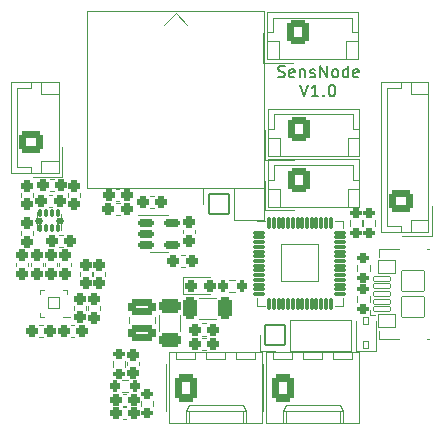
<source format=gto>
G04 #@! TF.GenerationSoftware,KiCad,Pcbnew,(6.0.7)*
G04 #@! TF.CreationDate,2022-10-27T11:54:22+02:00*
G04 #@! TF.ProjectId,sensorNode,73656e73-6f72-44e6-9f64-652e6b696361,rev?*
G04 #@! TF.SameCoordinates,Original*
G04 #@! TF.FileFunction,Legend,Top*
G04 #@! TF.FilePolarity,Positive*
%FSLAX46Y46*%
G04 Gerber Fmt 4.6, Leading zero omitted, Abs format (unit mm)*
G04 Created by KiCad (PCBNEW (6.0.7)) date 2022-10-27 11:54:22*
%MOMM*%
%LPD*%
G01*
G04 APERTURE LIST*
G04 Aperture macros list*
%AMRoundRect*
0 Rectangle with rounded corners*
0 $1 Rounding radius*
0 $2 $3 $4 $5 $6 $7 $8 $9 X,Y pos of 4 corners*
0 Add a 4 corners polygon primitive as box body*
4,1,4,$2,$3,$4,$5,$6,$7,$8,$9,$2,$3,0*
0 Add four circle primitives for the rounded corners*
1,1,$1+$1,$2,$3*
1,1,$1+$1,$4,$5*
1,1,$1+$1,$6,$7*
1,1,$1+$1,$8,$9*
0 Add four rect primitives between the rounded corners*
20,1,$1+$1,$2,$3,$4,$5,0*
20,1,$1+$1,$4,$5,$6,$7,0*
20,1,$1+$1,$6,$7,$8,$9,0*
20,1,$1+$1,$8,$9,$2,$3,0*%
G04 Aperture macros list end*
%ADD10C,0.150000*%
%ADD11C,0.120000*%
%ADD12RoundRect,0.275000X0.225000X0.250000X-0.225000X0.250000X-0.225000X-0.250000X0.225000X-0.250000X0*%
%ADD13RoundRect,0.250000X0.275000X-0.200000X0.275000X0.200000X-0.275000X0.200000X-0.275000X-0.200000X0*%
%ADD14RoundRect,0.100000X-0.387500X-0.050000X0.387500X-0.050000X0.387500X0.050000X-0.387500X0.050000X0*%
%ADD15RoundRect,0.100000X-0.050000X-0.387500X0.050000X-0.387500X0.050000X0.387500X-0.050000X0.387500X0*%
%ADD16RoundRect,0.050000X-1.600000X-1.600000X1.600000X-1.600000X1.600000X1.600000X-1.600000X1.600000X0*%
%ADD17RoundRect,0.268750X0.218750X0.256250X-0.218750X0.256250X-0.218750X-0.256250X0.218750X-0.256250X0*%
%ADD18RoundRect,0.050000X0.850000X-0.850000X0.850000X0.850000X-0.850000X0.850000X-0.850000X-0.850000X0*%
%ADD19O,1.800000X1.800000*%
%ADD20RoundRect,0.268750X0.256250X-0.218750X0.256250X0.218750X-0.256250X0.218750X-0.256250X-0.218750X0*%
%ADD21RoundRect,0.275000X-0.225000X-0.250000X0.225000X-0.250000X0.225000X0.250000X-0.225000X0.250000X0*%
%ADD22RoundRect,0.275000X-0.250000X0.225000X-0.250000X-0.225000X0.250000X-0.225000X0.250000X0.225000X0*%
%ADD23RoundRect,0.275000X0.250000X-0.225000X0.250000X0.225000X-0.250000X0.225000X-0.250000X-0.225000X0*%
%ADD24RoundRect,0.268750X-0.256250X0.218750X-0.256250X-0.218750X0.256250X-0.218750X0.256250X0.218750X0*%
%ADD25RoundRect,0.125000X-0.075000X0.225000X-0.075000X-0.225000X0.075000X-0.225000X0.075000X0.225000X0*%
%ADD26RoundRect,0.112500X-0.062500X0.237500X-0.062500X-0.237500X0.062500X-0.237500X0.062500X0.237500X0*%
%ADD27RoundRect,0.137500X-0.212500X0.087500X-0.212500X-0.087500X0.212500X-0.087500X0.212500X0.087500X0*%
%ADD28RoundRect,0.300000X-0.600000X-0.750000X0.600000X-0.750000X0.600000X0.750000X-0.600000X0.750000X0*%
%ADD29O,1.800000X2.100000*%
%ADD30RoundRect,0.250000X-0.275000X0.200000X-0.275000X-0.200000X0.275000X-0.200000X0.275000X0.200000X0*%
%ADD31RoundRect,0.200000X-0.512500X-0.150000X0.512500X-0.150000X0.512500X0.150000X-0.512500X0.150000X0*%
%ADD32C,3.300000*%
%ADD33RoundRect,0.300000X-0.620000X-0.845000X0.620000X-0.845000X0.620000X0.845000X-0.620000X0.845000X0*%
%ADD34O,1.840000X2.290000*%
%ADD35RoundRect,0.250000X0.200000X0.275000X-0.200000X0.275000X-0.200000X-0.275000X0.200000X-0.275000X0*%
%ADD36RoundRect,0.300000X0.750000X-0.600000X0.750000X0.600000X-0.750000X0.600000X-0.750000X-0.600000X0*%
%ADD37O,2.100000X1.800000*%
%ADD38O,1.700000X2.600000*%
%ADD39O,3.600000X7.100000*%
%ADD40O,0.800000X0.300000*%
%ADD41O,0.300000X0.800000*%
%ADD42RoundRect,0.050000X0.500000X0.500000X-0.500000X0.500000X-0.500000X-0.500000X0.500000X-0.500000X0*%
%ADD43RoundRect,0.300000X0.850000X-0.375000X0.850000X0.375000X-0.850000X0.375000X-0.850000X-0.375000X0*%
%ADD44RoundRect,0.268750X-0.218750X-0.256250X0.218750X-0.256250X0.218750X0.256250X-0.218750X0.256250X0*%
%ADD45RoundRect,0.300000X0.325000X0.650000X-0.325000X0.650000X-0.325000X-0.650000X0.325000X-0.650000X0*%
%ADD46RoundRect,0.050000X0.700000X-0.200000X0.700000X0.200000X-0.700000X0.200000X-0.700000X-0.200000X0*%
%ADD47RoundRect,0.050000X0.725000X-0.575000X0.725000X0.575000X-0.725000X0.575000X-0.725000X-0.575000X0*%
%ADD48RoundRect,0.050000X0.950000X-0.875000X0.950000X0.875000X-0.950000X0.875000X-0.950000X-0.875000X0*%
%ADD49O,2.000000X1.150000*%
%ADD50RoundRect,0.300000X0.650000X-0.325000X0.650000X0.325000X-0.650000X0.325000X-0.650000X-0.325000X0*%
%ADD51RoundRect,0.300000X0.725000X-0.600000X0.725000X0.600000X-0.725000X0.600000X-0.725000X-0.600000X0*%
%ADD52O,2.050000X1.800000*%
%ADD53RoundRect,0.050000X0.225000X-0.300000X0.225000X0.300000X-0.225000X0.300000X-0.225000X-0.300000X0*%
G04 APERTURE END LIST*
D10*
X232571428Y-95599761D02*
X232714285Y-95647380D01*
X232952380Y-95647380D01*
X233047619Y-95599761D01*
X233095238Y-95552142D01*
X233142857Y-95456904D01*
X233142857Y-95361666D01*
X233095238Y-95266428D01*
X233047619Y-95218809D01*
X232952380Y-95171190D01*
X232761904Y-95123571D01*
X232666666Y-95075952D01*
X232619047Y-95028333D01*
X232571428Y-94933095D01*
X232571428Y-94837857D01*
X232619047Y-94742619D01*
X232666666Y-94695000D01*
X232761904Y-94647380D01*
X233000000Y-94647380D01*
X233142857Y-94695000D01*
X233952380Y-95599761D02*
X233857142Y-95647380D01*
X233666666Y-95647380D01*
X233571428Y-95599761D01*
X233523809Y-95504523D01*
X233523809Y-95123571D01*
X233571428Y-95028333D01*
X233666666Y-94980714D01*
X233857142Y-94980714D01*
X233952380Y-95028333D01*
X234000000Y-95123571D01*
X234000000Y-95218809D01*
X233523809Y-95314047D01*
X234428571Y-94980714D02*
X234428571Y-95647380D01*
X234428571Y-95075952D02*
X234476190Y-95028333D01*
X234571428Y-94980714D01*
X234714285Y-94980714D01*
X234809523Y-95028333D01*
X234857142Y-95123571D01*
X234857142Y-95647380D01*
X235285714Y-95599761D02*
X235380952Y-95647380D01*
X235571428Y-95647380D01*
X235666666Y-95599761D01*
X235714285Y-95504523D01*
X235714285Y-95456904D01*
X235666666Y-95361666D01*
X235571428Y-95314047D01*
X235428571Y-95314047D01*
X235333333Y-95266428D01*
X235285714Y-95171190D01*
X235285714Y-95123571D01*
X235333333Y-95028333D01*
X235428571Y-94980714D01*
X235571428Y-94980714D01*
X235666666Y-95028333D01*
X236142857Y-95647380D02*
X236142857Y-94647380D01*
X236714285Y-95647380D01*
X236714285Y-94647380D01*
X237333333Y-95647380D02*
X237238095Y-95599761D01*
X237190476Y-95552142D01*
X237142857Y-95456904D01*
X237142857Y-95171190D01*
X237190476Y-95075952D01*
X237238095Y-95028333D01*
X237333333Y-94980714D01*
X237476190Y-94980714D01*
X237571428Y-95028333D01*
X237619047Y-95075952D01*
X237666666Y-95171190D01*
X237666666Y-95456904D01*
X237619047Y-95552142D01*
X237571428Y-95599761D01*
X237476190Y-95647380D01*
X237333333Y-95647380D01*
X238523809Y-95647380D02*
X238523809Y-94647380D01*
X238523809Y-95599761D02*
X238428571Y-95647380D01*
X238238095Y-95647380D01*
X238142857Y-95599761D01*
X238095238Y-95552142D01*
X238047619Y-95456904D01*
X238047619Y-95171190D01*
X238095238Y-95075952D01*
X238142857Y-95028333D01*
X238238095Y-94980714D01*
X238428571Y-94980714D01*
X238523809Y-95028333D01*
X239380952Y-95599761D02*
X239285714Y-95647380D01*
X239095238Y-95647380D01*
X239000000Y-95599761D01*
X238952380Y-95504523D01*
X238952380Y-95123571D01*
X239000000Y-95028333D01*
X239095238Y-94980714D01*
X239285714Y-94980714D01*
X239380952Y-95028333D01*
X239428571Y-95123571D01*
X239428571Y-95218809D01*
X238952380Y-95314047D01*
X234476190Y-96257380D02*
X234809523Y-97257380D01*
X235142857Y-96257380D01*
X236000000Y-97257380D02*
X235428571Y-97257380D01*
X235714285Y-97257380D02*
X235714285Y-96257380D01*
X235619047Y-96400238D01*
X235523809Y-96495476D01*
X235428571Y-96543095D01*
X236428571Y-97162142D02*
X236476190Y-97209761D01*
X236428571Y-97257380D01*
X236380952Y-97209761D01*
X236428571Y-97162142D01*
X236428571Y-97257380D01*
X237095238Y-96257380D02*
X237190476Y-96257380D01*
X237285714Y-96305000D01*
X237333333Y-96352619D01*
X237380952Y-96447857D01*
X237428571Y-96638333D01*
X237428571Y-96876428D01*
X237380952Y-97066904D01*
X237333333Y-97162142D01*
X237285714Y-97209761D01*
X237190476Y-97257380D01*
X237095238Y-97257380D01*
X237000000Y-97209761D01*
X236952380Y-97162142D01*
X236904761Y-97066904D01*
X236857142Y-96876428D01*
X236857142Y-96638333D01*
X236904761Y-96447857D01*
X236952380Y-96352619D01*
X237000000Y-96305000D01*
X237095238Y-96257380D01*
D11*
X212640580Y-116577500D02*
X212359420Y-116577500D01*
X212640580Y-117597500D02*
X212359420Y-117597500D01*
X239277500Y-114637258D02*
X239277500Y-114162742D01*
X240322500Y-114637258D02*
X240322500Y-114162742D01*
X230815000Y-115010000D02*
X230815000Y-114360000D01*
X237385000Y-115010000D02*
X238035000Y-115010000D01*
X238035000Y-107790000D02*
X238035000Y-108440000D01*
X237385000Y-107790000D02*
X238035000Y-107790000D01*
X231465000Y-115010000D02*
X230815000Y-115010000D01*
X231465000Y-107790000D02*
X230815000Y-107790000D01*
X238035000Y-115010000D02*
X238035000Y-114360000D01*
X213587779Y-104290000D02*
X213262221Y-104290000D01*
X213587779Y-105310000D02*
X213262221Y-105310000D01*
X226462779Y-117510000D02*
X226137221Y-117510000D01*
X226462779Y-116490000D02*
X226137221Y-116490000D01*
X233630000Y-118830000D02*
X238770000Y-118830000D01*
X233630000Y-116170000D02*
X238770000Y-116170000D01*
X238770000Y-118830000D02*
X238770000Y-116170000D01*
X232360000Y-118830000D02*
X231030000Y-118830000D01*
X233630000Y-118830000D02*
X233630000Y-116170000D01*
X231030000Y-118830000D02*
X231030000Y-117500000D01*
X214362779Y-108990000D02*
X214037221Y-108990000D01*
X214362779Y-110010000D02*
X214037221Y-110010000D01*
X217510000Y-115362779D02*
X217510000Y-115037221D01*
X216490000Y-115362779D02*
X216490000Y-115037221D01*
X224662779Y-111710000D02*
X224337221Y-111710000D01*
X224662779Y-110690000D02*
X224337221Y-110690000D01*
X219459420Y-122440000D02*
X219740580Y-122440000D01*
X219459420Y-123460000D02*
X219740580Y-123460000D01*
X215290000Y-115046920D02*
X215290000Y-115328080D01*
X216310000Y-115046920D02*
X216310000Y-115328080D01*
X210840000Y-105740580D02*
X210840000Y-105459420D01*
X211860000Y-105740580D02*
X211860000Y-105459420D01*
X211665000Y-111337221D02*
X211665000Y-111662779D01*
X212685000Y-111337221D02*
X212685000Y-111662779D01*
X212200000Y-107050000D02*
X212200000Y-107500000D01*
X214200000Y-108550000D02*
X214200000Y-108100000D01*
X214200000Y-107200000D02*
X214200000Y-107500000D01*
X212200000Y-108100000D02*
X212200000Y-108550000D01*
X231640000Y-92610000D02*
X232640000Y-92610000D01*
X231340000Y-91910000D02*
X231340000Y-94410000D01*
X239360000Y-92610000D02*
X238360000Y-92610000D01*
X231640000Y-91800000D02*
X232140000Y-91800000D01*
X238360000Y-92610000D02*
X238360000Y-94110000D01*
X231340000Y-94410000D02*
X233840000Y-94410000D01*
X232140000Y-91800000D02*
X232140000Y-90590000D01*
X231640000Y-90090000D02*
X231640000Y-94110000D01*
X232140000Y-90590000D02*
X238860000Y-90590000D01*
X232640000Y-92610000D02*
X232640000Y-94110000D01*
X231640000Y-94110000D02*
X239360000Y-94110000D01*
X238860000Y-90590000D02*
X238860000Y-91800000D01*
X239360000Y-90090000D02*
X231640000Y-90090000D01*
X239360000Y-94110000D02*
X239360000Y-90090000D01*
X238860000Y-91800000D02*
X239360000Y-91800000D01*
X219622500Y-119662742D02*
X219622500Y-120137258D01*
X218577500Y-119662742D02*
X218577500Y-120137258D01*
X222500000Y-110460000D02*
X221700000Y-110460000D01*
X222500000Y-107340000D02*
X220700000Y-107340000D01*
X222500000Y-110460000D02*
X223300000Y-110460000D01*
X222500000Y-107340000D02*
X223300000Y-107340000D01*
X239460000Y-98290000D02*
X231740000Y-98290000D01*
X239460000Y-100810000D02*
X238460000Y-100810000D01*
X231440000Y-102610000D02*
X233940000Y-102610000D01*
X239460000Y-102310000D02*
X239460000Y-98290000D01*
X238960000Y-98790000D02*
X238960000Y-100000000D01*
X231740000Y-102310000D02*
X239460000Y-102310000D01*
X231740000Y-98290000D02*
X231740000Y-102310000D01*
X231740000Y-100000000D02*
X232240000Y-100000000D01*
X231440000Y-100110000D02*
X231440000Y-102610000D01*
X232240000Y-100000000D02*
X232240000Y-98790000D01*
X232740000Y-100810000D02*
X232740000Y-102310000D01*
X238460000Y-100810000D02*
X238460000Y-102310000D01*
X231740000Y-100810000D02*
X232740000Y-100810000D01*
X232240000Y-98790000D02*
X238960000Y-98790000D01*
X238960000Y-100000000D02*
X239460000Y-100000000D01*
X219140580Y-106110000D02*
X218859420Y-106110000D01*
X219140580Y-105090000D02*
X218859420Y-105090000D01*
X226462779Y-118710000D02*
X226137221Y-118710000D01*
X226462779Y-117690000D02*
X226137221Y-117690000D01*
X228820000Y-105045000D02*
X231420000Y-105045000D01*
X228820000Y-107705000D02*
X228820000Y-105045000D01*
X231420000Y-107705000D02*
X231420000Y-105045000D01*
X226220000Y-105045000D02*
X227550000Y-105045000D01*
X226220000Y-106375000D02*
X226220000Y-105045000D01*
X228820000Y-107705000D02*
X231420000Y-107705000D01*
X239420000Y-124910000D02*
X239420000Y-118890000D01*
X232960000Y-123910000D02*
X238040000Y-123910000D01*
X237240000Y-119490000D02*
X238840000Y-119490000D01*
X238840000Y-119490000D02*
X238840000Y-118890000D01*
X232160000Y-118890000D02*
X232160000Y-119490000D01*
X231580000Y-124910000D02*
X239420000Y-124910000D01*
X237790000Y-123380000D02*
X238040000Y-123910000D01*
X237790000Y-124910000D02*
X237790000Y-123910000D01*
X231290000Y-119920000D02*
X231290000Y-123920000D01*
X237240000Y-118890000D02*
X237240000Y-119490000D01*
X234700000Y-119490000D02*
X236300000Y-119490000D01*
X234700000Y-118890000D02*
X234700000Y-119490000D01*
X232960000Y-124910000D02*
X232960000Y-123910000D01*
X233210000Y-124910000D02*
X233210000Y-123910000D01*
X231580000Y-118890000D02*
X231580000Y-124910000D01*
X239420000Y-118890000D02*
X231580000Y-118890000D01*
X233210000Y-123380000D02*
X237790000Y-123380000D01*
X238040000Y-123910000D02*
X238040000Y-124910000D01*
X236300000Y-119490000D02*
X236300000Y-118890000D01*
X232960000Y-123910000D02*
X233210000Y-123380000D01*
X232160000Y-119490000D02*
X233760000Y-119490000D01*
X233760000Y-119490000D02*
X233760000Y-118890000D01*
X219837258Y-121277500D02*
X219362742Y-121277500D01*
X219837258Y-122322500D02*
X219362742Y-122322500D01*
X210390000Y-111337221D02*
X210390000Y-111662779D01*
X211410000Y-111337221D02*
X211410000Y-111662779D01*
X212510000Y-103760000D02*
X212510000Y-102760000D01*
X209990000Y-103760000D02*
X214010000Y-103760000D01*
X210490000Y-96540000D02*
X211700000Y-96540000D01*
X211810000Y-104060000D02*
X214310000Y-104060000D01*
X212510000Y-102760000D02*
X214010000Y-102760000D01*
X211700000Y-96540000D02*
X211700000Y-96040000D01*
X212510000Y-97040000D02*
X214010000Y-97040000D01*
X214010000Y-103760000D02*
X214010000Y-96040000D01*
X210490000Y-103260000D02*
X210490000Y-96540000D01*
X212510000Y-96040000D02*
X212510000Y-97040000D01*
X209990000Y-96040000D02*
X209990000Y-103760000D01*
X211700000Y-103260000D02*
X210490000Y-103260000D01*
X214010000Y-96040000D02*
X209990000Y-96040000D01*
X211700000Y-103760000D02*
X211700000Y-103260000D01*
X214310000Y-104060000D02*
X214310000Y-101560000D01*
X223900000Y-90200000D02*
X222900000Y-91200000D01*
X231400000Y-105000000D02*
X216400000Y-105000000D01*
X223900000Y-90200000D02*
X224900000Y-91200000D01*
X216400000Y-90000000D02*
X231400000Y-90000000D01*
X216400000Y-105000000D02*
X216400000Y-90000000D01*
X231400000Y-90000000D02*
X231400000Y-105000000D01*
X211810000Y-108637221D02*
X211810000Y-108962779D01*
X210790000Y-108637221D02*
X210790000Y-108962779D01*
X220977500Y-123012742D02*
X220977500Y-123487258D01*
X222022500Y-123012742D02*
X222022500Y-123487258D01*
X212450000Y-115937500D02*
X212450000Y-115587500D01*
X214750000Y-113637500D02*
X214750000Y-113987500D01*
X214400000Y-115937500D02*
X214950000Y-115937500D01*
X214400000Y-113637500D02*
X214750000Y-113637500D01*
X212800000Y-115937500D02*
X212450000Y-115937500D01*
X212450000Y-113637500D02*
X212450000Y-113987500D01*
X212800000Y-113637500D02*
X212450000Y-113637500D01*
X222167500Y-116461252D02*
X222167500Y-115938748D01*
X219947500Y-116461252D02*
X219947500Y-115938748D01*
X218837221Y-106290000D02*
X219162779Y-106290000D01*
X218837221Y-107310000D02*
X219162779Y-107310000D01*
X232240000Y-104300000D02*
X232240000Y-103090000D01*
X238960000Y-103090000D02*
X238960000Y-104300000D01*
X231440000Y-106910000D02*
X233940000Y-106910000D01*
X231740000Y-104300000D02*
X232240000Y-104300000D01*
X239460000Y-102590000D02*
X231740000Y-102590000D01*
X238960000Y-104300000D02*
X239460000Y-104300000D01*
X239460000Y-105110000D02*
X238460000Y-105110000D01*
X231740000Y-106610000D02*
X239460000Y-106610000D01*
X238460000Y-105110000D02*
X238460000Y-106610000D01*
X239460000Y-106610000D02*
X239460000Y-102590000D01*
X232740000Y-105110000D02*
X232740000Y-106610000D01*
X231740000Y-102590000D02*
X231740000Y-106610000D01*
X231440000Y-104410000D02*
X231440000Y-106910000D01*
X231740000Y-105110000D02*
X232740000Y-105110000D01*
X232240000Y-103090000D02*
X238960000Y-103090000D01*
X239777500Y-108237258D02*
X239777500Y-107762742D01*
X240822500Y-108237258D02*
X240822500Y-107762742D01*
X217910000Y-112462779D02*
X217910000Y-112137221D01*
X216890000Y-112462779D02*
X216890000Y-112137221D01*
X238677500Y-108237258D02*
X238677500Y-107762742D01*
X239722500Y-108237258D02*
X239722500Y-107762742D01*
X229040000Y-118890000D02*
X229040000Y-119490000D01*
X231220000Y-124910000D02*
X231220000Y-118890000D01*
X231220000Y-118890000D02*
X223380000Y-118890000D01*
X229590000Y-124910000D02*
X229590000Y-123910000D01*
X226500000Y-119490000D02*
X228100000Y-119490000D01*
X224760000Y-124910000D02*
X224760000Y-123910000D01*
X223960000Y-118890000D02*
X223960000Y-119490000D01*
X223380000Y-118890000D02*
X223380000Y-124910000D01*
X225010000Y-123380000D02*
X229590000Y-123380000D01*
X230640000Y-119490000D02*
X230640000Y-118890000D01*
X224760000Y-123910000D02*
X225010000Y-123380000D01*
X229840000Y-123910000D02*
X229840000Y-124910000D01*
X224760000Y-123910000D02*
X229840000Y-123910000D01*
X229040000Y-119490000D02*
X230640000Y-119490000D01*
X225010000Y-124910000D02*
X225010000Y-123910000D01*
X223380000Y-124910000D02*
X231220000Y-124910000D01*
X226500000Y-118890000D02*
X226500000Y-119490000D01*
X223960000Y-119490000D02*
X225560000Y-119490000D01*
X225560000Y-119490000D02*
X225560000Y-118890000D01*
X228100000Y-119490000D02*
X228100000Y-118890000D01*
X223090000Y-119920000D02*
X223090000Y-123920000D01*
X229590000Y-123380000D02*
X229840000Y-123910000D01*
X214790000Y-105459420D02*
X214790000Y-105740580D01*
X215810000Y-105459420D02*
X215810000Y-105740580D01*
X225510000Y-108559420D02*
X225510000Y-108840580D01*
X224490000Y-108559420D02*
X224490000Y-108840580D01*
X213159420Y-105590000D02*
X213440580Y-105590000D01*
X213159420Y-106610000D02*
X213440580Y-106610000D01*
X213885000Y-111640580D02*
X213885000Y-111359420D01*
X212865000Y-111640580D02*
X212865000Y-111359420D01*
X222062779Y-105690000D02*
X221737221Y-105690000D01*
X222062779Y-106710000D02*
X221737221Y-106710000D01*
X227311252Y-114290000D02*
X225888748Y-114290000D01*
X227311252Y-116110000D02*
X225888748Y-116110000D01*
X215085000Y-111662779D02*
X215085000Y-111337221D01*
X214065000Y-111662779D02*
X214065000Y-111337221D01*
X240390000Y-115760000D02*
X240390000Y-115310000D01*
X241090000Y-117810000D02*
X241090000Y-117150000D01*
X245390000Y-117810000D02*
X245180000Y-117810000D01*
X245390000Y-110190000D02*
X245180000Y-110190000D01*
X240390000Y-115760000D02*
X240780000Y-115760000D01*
X242820000Y-117810000D02*
X241090000Y-117810000D01*
X241090000Y-110190000D02*
X241090000Y-110840000D01*
X242820000Y-110190000D02*
X241090000Y-110190000D01*
X224310000Y-117161252D02*
X224310000Y-115738748D01*
X222490000Y-117161252D02*
X222490000Y-115738748D01*
X220810000Y-120040580D02*
X220810000Y-119759420D01*
X219790000Y-120040580D02*
X219790000Y-119759420D01*
X228937258Y-113822500D02*
X228462742Y-113822500D01*
X228937258Y-112777500D02*
X228462742Y-112777500D01*
X243810000Y-108760000D02*
X243810000Y-107760000D01*
X241290000Y-96040000D02*
X241290000Y-108760000D01*
X245610000Y-109060000D02*
X245610000Y-106560000D01*
X243110000Y-109060000D02*
X245610000Y-109060000D01*
X243000000Y-108260000D02*
X241790000Y-108260000D01*
X243810000Y-96040000D02*
X243810000Y-97040000D01*
X245310000Y-96040000D02*
X241290000Y-96040000D01*
X243810000Y-107760000D02*
X245310000Y-107760000D01*
X241790000Y-108260000D02*
X241790000Y-96540000D01*
X241290000Y-108760000D02*
X245310000Y-108760000D01*
X243000000Y-108760000D02*
X243000000Y-108260000D01*
X243810000Y-97040000D02*
X245310000Y-97040000D01*
X243000000Y-96540000D02*
X243000000Y-96040000D01*
X245310000Y-108760000D02*
X245310000Y-96040000D01*
X241790000Y-96540000D02*
X243000000Y-96540000D01*
X219459420Y-124610000D02*
X219740580Y-124610000D01*
X219459420Y-123590000D02*
X219740580Y-123590000D01*
X240322500Y-112037258D02*
X240322500Y-111562742D01*
X239277500Y-112037258D02*
X239277500Y-111562742D01*
X226812500Y-112565000D02*
X224527500Y-112565000D01*
X224527500Y-114035000D02*
X226812500Y-114035000D01*
X224527500Y-112565000D02*
X224527500Y-114035000D01*
X216810000Y-112440580D02*
X216810000Y-112159420D01*
X215790000Y-112440580D02*
X215790000Y-112159420D01*
X240850000Y-118800000D02*
X240850000Y-116250000D01*
X239150000Y-118800000D02*
X240850000Y-118800000D01*
X239150000Y-118800000D02*
X239150000Y-116250000D01*
X215059420Y-116577500D02*
X215340580Y-116577500D01*
X215059420Y-117597500D02*
X215340580Y-117597500D01*
%LPC*%
D12*
X213275000Y-117087500D03*
X211725000Y-117087500D03*
D13*
X239800000Y-115225000D03*
X239800000Y-113575000D03*
D14*
X230987500Y-108800000D03*
X230987500Y-109200000D03*
X230987500Y-109600000D03*
X230987500Y-110000000D03*
X230987500Y-110400000D03*
X230987500Y-110800000D03*
X230987500Y-111200000D03*
X230987500Y-111600000D03*
X230987500Y-112000000D03*
X230987500Y-112400000D03*
X230987500Y-112800000D03*
X230987500Y-113200000D03*
X230987500Y-113600000D03*
X230987500Y-114000000D03*
D15*
X231825000Y-114837500D03*
X232225000Y-114837500D03*
X232625000Y-114837500D03*
X233025000Y-114837500D03*
X233425000Y-114837500D03*
X233825000Y-114837500D03*
X234225000Y-114837500D03*
X234625000Y-114837500D03*
X235025000Y-114837500D03*
X235425000Y-114837500D03*
X235825000Y-114837500D03*
X236225000Y-114837500D03*
X236625000Y-114837500D03*
X237025000Y-114837500D03*
D14*
X237862500Y-114000000D03*
X237862500Y-113600000D03*
X237862500Y-113200000D03*
X237862500Y-112800000D03*
X237862500Y-112400000D03*
X237862500Y-112000000D03*
X237862500Y-111600000D03*
X237862500Y-111200000D03*
X237862500Y-110800000D03*
X237862500Y-110400000D03*
X237862500Y-110000000D03*
X237862500Y-109600000D03*
X237862500Y-109200000D03*
X237862500Y-108800000D03*
D15*
X237025000Y-107962500D03*
X236625000Y-107962500D03*
X236225000Y-107962500D03*
X235825000Y-107962500D03*
X235425000Y-107962500D03*
X235025000Y-107962500D03*
X234625000Y-107962500D03*
X234225000Y-107962500D03*
X233825000Y-107962500D03*
X233425000Y-107962500D03*
X233025000Y-107962500D03*
X232625000Y-107962500D03*
X232225000Y-107962500D03*
X231825000Y-107962500D03*
D16*
X234425000Y-111400000D03*
D17*
X214212500Y-104800000D03*
X212637500Y-104800000D03*
X227087500Y-117000000D03*
X225512500Y-117000000D03*
D18*
X232360000Y-117500000D03*
D19*
X234900000Y-117500000D03*
X237440000Y-117500000D03*
D17*
X214987500Y-109500000D03*
X213412500Y-109500000D03*
D20*
X217000000Y-115987500D03*
X217000000Y-114412500D03*
D17*
X225287500Y-111200000D03*
X223712500Y-111200000D03*
D21*
X218825000Y-122950000D03*
X220375000Y-122950000D03*
D22*
X215800000Y-114412500D03*
X215800000Y-115962500D03*
D23*
X211350000Y-106375000D03*
X211350000Y-104825000D03*
D24*
X212175000Y-110712500D03*
X212175000Y-112287500D03*
D25*
X213950000Y-107175000D03*
D26*
X213450000Y-107175000D03*
X212950000Y-107175000D03*
D25*
X212450000Y-107175000D03*
D27*
X212325000Y-107800000D03*
D25*
X212450000Y-108425000D03*
D26*
X212950000Y-108425000D03*
X213450000Y-108425000D03*
D25*
X213950000Y-108425000D03*
D27*
X214075000Y-107800000D03*
D28*
X234250000Y-91800000D03*
D29*
X236750000Y-91800000D03*
D30*
X219100000Y-119075000D03*
X219100000Y-120725000D03*
D31*
X221362500Y-107950000D03*
X221362500Y-108900000D03*
X221362500Y-109850000D03*
X223637500Y-109850000D03*
X223637500Y-107950000D03*
D32*
X213000000Y-93000000D03*
D28*
X234350000Y-100000000D03*
D29*
X236850000Y-100000000D03*
D12*
X219775000Y-105600000D03*
X218225000Y-105600000D03*
D17*
X227087500Y-118200000D03*
X225512500Y-118200000D03*
D18*
X227550000Y-106375000D03*
D19*
X230090000Y-106375000D03*
D33*
X232960000Y-121920000D03*
D34*
X235500000Y-121920000D03*
X238040000Y-121920000D03*
D35*
X220425000Y-121800000D03*
X218775000Y-121800000D03*
D24*
X210900000Y-110712500D03*
X210900000Y-112287500D03*
D36*
X211700000Y-101150000D03*
D37*
X211700000Y-98650000D03*
D38*
X223900000Y-102700000D03*
D39*
X228980000Y-97620000D03*
D38*
X221360000Y-102700000D03*
D39*
X218820000Y-97620000D03*
D24*
X211300000Y-108012500D03*
X211300000Y-109587500D03*
D32*
X242500000Y-122000000D03*
D30*
X221500000Y-122425000D03*
X221500000Y-124075000D03*
D40*
X214675000Y-115187500D03*
X214675000Y-114787500D03*
X214675000Y-114387500D03*
D41*
X214000000Y-113712500D03*
X213600000Y-113712500D03*
X213200000Y-113712500D03*
D40*
X212525000Y-114387500D03*
X212525000Y-114787500D03*
X212525000Y-115187500D03*
D41*
X213200000Y-115862500D03*
X213600000Y-115862500D03*
X214000000Y-115862500D03*
D42*
X213600000Y-114787500D03*
D43*
X221057500Y-117275000D03*
X221057500Y-115125000D03*
D44*
X218212500Y-106800000D03*
X219787500Y-106800000D03*
D28*
X234350000Y-104300000D03*
D29*
X236850000Y-104300000D03*
D13*
X240300000Y-108825000D03*
X240300000Y-107175000D03*
D20*
X217400000Y-113087500D03*
X217400000Y-111512500D03*
D13*
X239200000Y-108825000D03*
X239200000Y-107175000D03*
D33*
X224760000Y-121920000D03*
D34*
X227300000Y-121920000D03*
X229840000Y-121920000D03*
D22*
X215300000Y-104825000D03*
X215300000Y-106375000D03*
X225000000Y-107925000D03*
X225000000Y-109475000D03*
D21*
X212525000Y-106100000D03*
X214075000Y-106100000D03*
D23*
X213375000Y-112275000D03*
X213375000Y-110725000D03*
D17*
X222687500Y-106200000D03*
X221112500Y-106200000D03*
D45*
X228075000Y-115200000D03*
X225125000Y-115200000D03*
D20*
X214575000Y-112287500D03*
X214575000Y-110712500D03*
D32*
X242500000Y-93000000D03*
D46*
X241350000Y-115300000D03*
X241350000Y-114650000D03*
X241350000Y-114000000D03*
X241350000Y-113350000D03*
X241350000Y-112700000D03*
D47*
X241770000Y-111680000D03*
D48*
X244000000Y-115125000D03*
X244000000Y-112875000D03*
D49*
X244000000Y-117575000D03*
X244000000Y-110425000D03*
D47*
X241770000Y-116320000D03*
D50*
X223400000Y-117925000D03*
X223400000Y-114975000D03*
D23*
X220300000Y-120675000D03*
X220300000Y-119125000D03*
D35*
X229525000Y-113300000D03*
X227875000Y-113300000D03*
D51*
X243000000Y-106150000D03*
D52*
X243000000Y-103650000D03*
X243000000Y-101150000D03*
X243000000Y-98650000D03*
D21*
X218825000Y-124100000D03*
X220375000Y-124100000D03*
D13*
X239800000Y-112625000D03*
X239800000Y-110975000D03*
D44*
X225225000Y-113300000D03*
X226800000Y-113300000D03*
D23*
X216300000Y-113075000D03*
X216300000Y-111525000D03*
D53*
X240000000Y-118350000D03*
X240000000Y-116250000D03*
D32*
X213000000Y-122000000D03*
D21*
X214425000Y-117087500D03*
X215975000Y-117087500D03*
M02*

</source>
